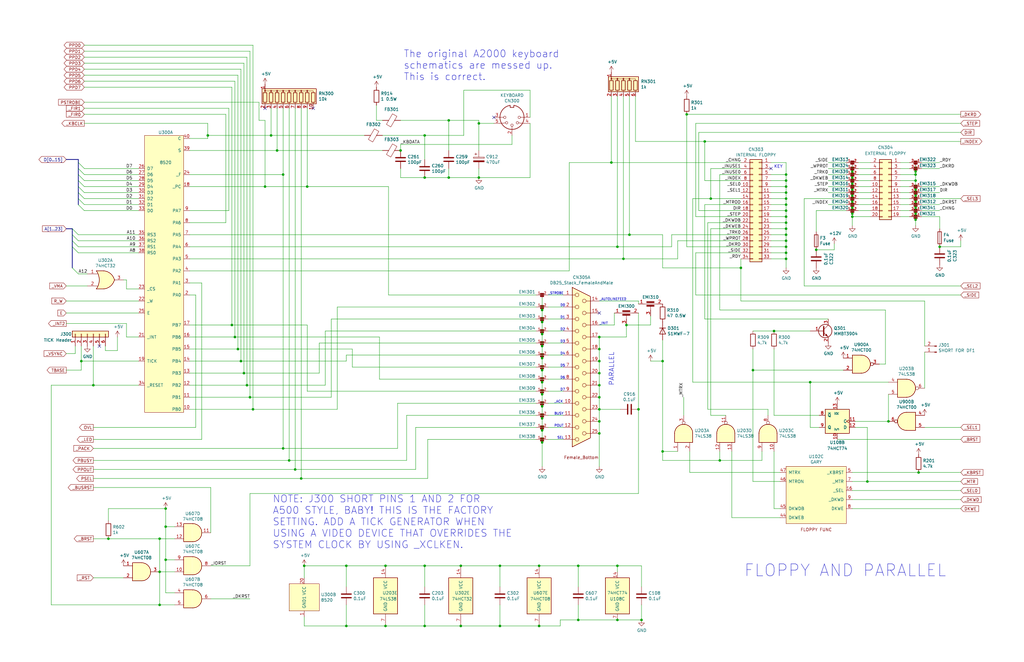
<source format=kicad_sch>
(kicad_sch
	(version 20231120)
	(generator "eeschema")
	(generator_version "8.0")
	(uuid "ec51cbc6-4428-4795-ba7c-8dcfd7c2fb0e")
	(paper "B")
	(title_block
		(title "Amiga 2000 EATX")
		(date "2023-03-10")
		(rev "3.0")
	)
	
	(junction
		(at 45.72 227.33)
		(diameter 0)
		(color 0 0 0 0)
		(uuid "01ec8e76-cec8-408f-a48b-c8d6168ae197")
	)
	(junction
		(at 119.38 73.66)
		(diameter 0)
		(color 0 0 0 0)
		(uuid "02ba5d27-61cc-494f-8407-a535675cf489")
	)
	(junction
		(at 331.47 91.44)
		(diameter 0)
		(color 0 0 0 0)
		(uuid "02d6d108-526f-4236-827d-bac5e8eec2bc")
	)
	(junction
		(at 116.84 63.5)
		(diameter 0)
		(color 0 0 0 0)
		(uuid "0460af77-a52c-485f-a60f-bfc844a4beca")
	)
	(junction
		(at 87.63 57.15)
		(diameter 0)
		(color 0 0 0 0)
		(uuid "04ec6e0a-2f08-4404-86ee-c24ac6efe114")
	)
	(junction
		(at 194.31 264.16)
		(diameter 0)
		(color 0 0 0 0)
		(uuid "053e9fc9-b3c4-4223-b441-5690ebe7f083")
	)
	(junction
		(at 341.63 161.29)
		(diameter 0)
		(color 0 0 0 0)
		(uuid "05b75b1f-b1cf-4ba0-809b-f1d158c8c08b")
	)
	(junction
		(at 359.41 85.09)
		(diameter 0)
		(color 0 0 0 0)
		(uuid "06c3acc2-e909-4843-860d-ba4386f135c8")
	)
	(junction
		(at 252.73 167.64)
		(diameter 0)
		(color 0 0 0 0)
		(uuid "075a5518-a4d0-4fb8-939c-db5719f1c2e3")
	)
	(junction
		(at 34.29 152.4)
		(diameter 0)
		(color 0 0 0 0)
		(uuid "07b4a604-c787-434d-83c6-e59b67c1bb9a")
	)
	(junction
		(at 228.6 146.05)
		(diameter 0)
		(color 0 0 0 0)
		(uuid "085187f3-71ef-4b8e-a527-7bf395cd0f0f")
	)
	(junction
		(at 179.07 74.93)
		(diameter 0)
		(color 0 0 0 0)
		(uuid "08703698-dec2-4b85-92c6-866db7fe5506")
	)
	(junction
		(at 67.31 227.33)
		(diameter 0)
		(color 0 0 0 0)
		(uuid "08c16359-1df7-4f82-b69b-9e99b2f1d114")
	)
	(junction
		(at 252.73 162.56)
		(diameter 0)
		(color 0 0 0 0)
		(uuid "09310e9a-ba64-4e68-b84d-32566b95f6c5")
	)
	(junction
		(at 297.18 59.69)
		(diameter 0)
		(color 0 0 0 0)
		(uuid "09ee9cf5-a101-4ef1-bfc9-8023bdd7af2d")
	)
	(junction
		(at 359.41 87.63)
		(diameter 0)
		(color 0 0 0 0)
		(uuid "0ac97cdc-a21e-4d1b-aee0-628c72707935")
	)
	(junction
		(at 331.47 83.82)
		(diameter 0)
		(color 0 0 0 0)
		(uuid "0da8bcfc-ef7f-4ea0-bfb1-e05f21b0a07a")
	)
	(junction
		(at 386.08 80.01)
		(diameter 0)
		(color 0 0 0 0)
		(uuid "0dec38ca-836a-4bc1-8d39-f9f9db7ac9ae")
	)
	(junction
		(at 312.42 113.03)
		(diameter 0)
		(color 0 0 0 0)
		(uuid "1165fac8-64cc-478c-b832-a6dbcc1dd761")
	)
	(junction
		(at 228.6 151.13)
		(diameter 0)
		(color 0 0 0 0)
		(uuid "146f46a9-12a8-4152-8f37-3b1b8c76bd03")
	)
	(junction
		(at 210.82 238.76)
		(diameter 0)
		(color 0 0 0 0)
		(uuid "178255c5-a20f-4054-9403-cfb3e9626efe")
	)
	(junction
		(at 331.47 104.14)
		(diameter 0)
		(color 0 0 0 0)
		(uuid "1be5ce24-002e-4396-8c9b-ea5a16f218f0")
	)
	(junction
		(at 260.35 261.62)
		(diameter 0)
		(color 0 0 0 0)
		(uuid "1c92fe1f-7738-4e74-ac8b-79d700f7fad0")
	)
	(junction
		(at 252.73 157.48)
		(diameter 0)
		(color 0 0 0 0)
		(uuid "1cab43dd-478e-40e4-87ef-b13e654d8019")
	)
	(junction
		(at 252.73 182.88)
		(diameter 0)
		(color 0 0 0 0)
		(uuid "2038f59a-eee5-47e1-a6da-7f1065874311")
	)
	(junction
		(at 386.08 76.2)
		(diameter 0)
		(color 0 0 0 0)
		(uuid "20f70a55-fa9c-4db3-a55e-eca87070f345")
	)
	(junction
		(at 69.85 236.22)
		(diameter 0)
		(color 0 0 0 0)
		(uuid "2188f82f-425f-4534-adc7-ae9067cd5685")
	)
	(junction
		(at 189.23 74.93)
		(diameter 0)
		(color 0 0 0 0)
		(uuid "2601d13f-b1d5-4549-b05b-d2b6e4bb3827")
	)
	(junction
		(at 359.41 90.17)
		(diameter 0)
		(color 0 0 0 0)
		(uuid "2f22e1ad-2bad-4f49-a4cd-d2363091d9cd")
	)
	(junction
		(at 227.33 264.16)
		(diameter 0)
		(color 0 0 0 0)
		(uuid "3183d3fc-a05f-4ae6-a221-ca9664d56006")
	)
	(junction
		(at 331.47 81.28)
		(diameter 0)
		(color 0 0 0 0)
		(uuid "3288bff7-ba75-415a-981f-b18526d4941a")
	)
	(junction
		(at 201.93 52.07)
		(diameter 0)
		(color 0 0 0 0)
		(uuid "3335f19f-3700-49ab-9469-22df201e4755")
	)
	(junction
		(at 67.31 255.27)
		(diameter 0)
		(color 0 0 0 0)
		(uuid "387c3a3b-15ff-426e-a75e-f34c11036e40")
	)
	(junction
		(at 396.24 104.14)
		(diameter 0)
		(color 0 0 0 0)
		(uuid "38d55c0d-e246-4f7f-af44-77ff4db4f9a9")
	)
	(junction
		(at 168.91 63.5)
		(diameter 0)
		(color 0 0 0 0)
		(uuid "3a17b2e5-367d-4fc8-adea-3068a445e858")
	)
	(junction
		(at 114.3 57.15)
		(diameter 0)
		(color 0 0 0 0)
		(uuid "3ce02f4f-9bb0-4f8b-a1ea-986067a2dfa4")
	)
	(junction
		(at 260.35 104.14)
		(diameter 0)
		(color 0 0 0 0)
		(uuid "3d4ce464-9cfe-45ab-a115-abec4ddb1300")
	)
	(junction
		(at 121.92 194.31)
		(diameter 0)
		(color 0 0 0 0)
		(uuid "3daac299-130a-4163-b194-af057b923300")
	)
	(junction
		(at 331.47 109.22)
		(diameter 0)
		(color 0 0 0 0)
		(uuid "41d8962f-f541-4889-9a6e-5ca48efb8397")
	)
	(junction
		(at 386.08 87.63)
		(diameter 0)
		(color 0 0 0 0)
		(uuid "4268331f-c98d-4fc6-bcde-b5cb2d3189cb")
	)
	(junction
		(at 331.47 99.06)
		(diameter 0)
		(color 0 0 0 0)
		(uuid "42c6225d-16df-45ff-a264-16293d3035af")
	)
	(junction
		(at 162.56 238.76)
		(diameter 0)
		(color 0 0 0 0)
		(uuid "4342d450-0bf1-4f72-9eb2-72a596b1e1ac")
	)
	(junction
		(at 386.08 85.09)
		(diameter 0)
		(color 0 0 0 0)
		(uuid "478e9601-6f53-4ba0-807b-06febb2bdc61")
	)
	(junction
		(at 331.47 86.36)
		(diameter 0)
		(color 0 0 0 0)
		(uuid "4857972f-8f9b-4dbf-acc8-4f48246bf45f")
	)
	(junction
		(at 104.14 162.56)
		(diameter 0)
		(color 0 0 0 0)
		(uuid "49fb2c8d-ec80-4efb-bfec-d1c6045e1798")
	)
	(junction
		(at 359.41 91.44)
		(diameter 0)
		(color 0 0 0 0)
		(uuid "4d561f85-971c-4952-a874-4116699a078b")
	)
	(junction
		(at 228.6 171.45)
		(diameter 0)
		(color 0 0 0 0)
		(uuid "4d73c692-7835-453b-9615-2c6e0cf77e73")
	)
	(junction
		(at 69.85 222.25)
		(diameter 0)
		(color 0 0 0 0)
		(uuid "506c09e8-7c1d-47ef-94f5-9e29e82c53ea")
	)
	(junction
		(at 228.6 186.69)
		(diameter 0)
		(color 0 0 0 0)
		(uuid "51686b54-6d60-4c37-9698-35718cbcd0c5")
	)
	(junction
		(at 129.54 78.74)
		(diameter 0)
		(color 0 0 0 0)
		(uuid "52399d01-36b4-4dcd-8f2f-161c65787e59")
	)
	(junction
		(at 97.79 137.16)
		(diameter 0)
		(color 0 0 0 0)
		(uuid "5354d806-b79c-4b96-bebf-5cfa7a6fb1c1")
	)
	(junction
		(at 331.47 78.74)
		(diameter 0)
		(color 0 0 0 0)
		(uuid "55226f27-de45-4c76-a4be-bd6615e0496a")
	)
	(junction
		(at 210.82 264.16)
		(diameter 0)
		(color 0 0 0 0)
		(uuid "56df092b-90ef-4bea-a341-0a23913a6141")
	)
	(junction
		(at 228.6 156.21)
		(diameter 0)
		(color 0 0 0 0)
		(uuid "56e78392-df27-4362-904b-821919c71fef")
	)
	(junction
		(at 227.33 238.76)
		(diameter 0)
		(color 0 0 0 0)
		(uuid "59477db6-f75b-47fc-8ae4-2a4f6282fc2f")
	)
	(junction
		(at 279.4 152.4)
		(diameter 0)
		(color 0 0 0 0)
		(uuid "599ac0f2-3a30-4dc1-afb0-539a4211e934")
	)
	(junction
		(at 252.73 177.8)
		(diameter 0)
		(color 0 0 0 0)
		(uuid "5bd764a7-ddea-4ba6-b488-34d136b16694")
	)
	(junction
		(at 331.47 73.66)
		(diameter 0)
		(color 0 0 0 0)
		(uuid "5c23f7b5-7ee4-4e33-ab6b-b52a67f83526")
	)
	(junction
		(at 331.47 76.2)
		(diameter 0)
		(color 0 0 0 0)
		(uuid "5e435fac-e7dd-4a32-a395-0057a6d4c3b7")
	)
	(junction
		(at 243.84 261.62)
		(diameter 0)
		(color 0 0 0 0)
		(uuid "5e5da086-f0d9-46a8-9c9c-ef1f0c70741d")
	)
	(junction
		(at 257.81 68.58)
		(diameter 0)
		(color 0 0 0 0)
		(uuid "637e2a65-cd4b-473e-bfe0-88bb3c5a266d")
	)
	(junction
		(at 228.6 140.97)
		(diameter 0)
		(color 0 0 0 0)
		(uuid "64bc29cf-3a80-4203-966d-de9ee824c8d7")
	)
	(junction
		(at 179.07 264.16)
		(diameter 0)
		(color 0 0 0 0)
		(uuid "67575f85-01f9-4046-af2b-555102e005e8")
	)
	(junction
		(at 359.41 80.01)
		(diameter 0)
		(color 0 0 0 0)
		(uuid "67a4760f-7039-4593-b767-d6ee05d001ca")
	)
	(junction
		(at 228.6 135.89)
		(diameter 0)
		(color 0 0 0 0)
		(uuid "6851c220-1ff3-4f54-a2c8-1e03e8047ed6")
	)
	(junction
		(at 264.16 137.16)
		(diameter 0)
		(color 0 0 0 0)
		(uuid "6897
... [332628 chars truncated]
</source>
